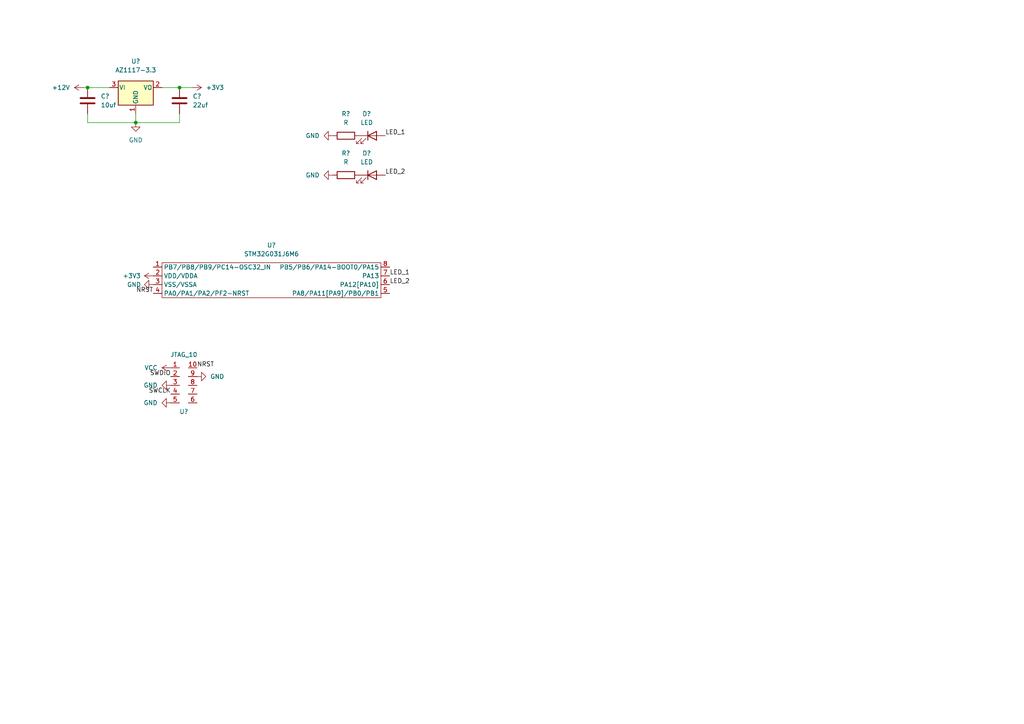
<source format=kicad_sch>
(kicad_sch (version 20211123) (generator eeschema)
  (paper "A4")
  (lib_symbols
    (symbol "Device:C" (pin_numbers hide) (pin_names (offset 0.254))
      (property "Reference" "C" (at 0.635 2.54 0))
      (property "Value" "C" (at 0.635 -2.54 0))
      (symbol "C_0_1"
        (polyline (pts (xy -2.032 -0.762) (xy 2.032 -0.762)) (stroke (width 0.508)))
        (polyline (pts (xy -2.032 0.762) (xy 2.032 0.762)) (stroke (width 0.508)))
      )
      (symbol "C_1_1"
        (pin passive line (at 0 3.81 270) (length 2.794) (name "~") (number "1"))
        (pin passive line (at 0 -3.81 90) (length 2.794) (name "~") (number "2"))
      )
    )
    (symbol "Device:LED" (pin_numbers hide) (pin_names (offset 1.016) hide)
      (property "Reference" "D" (at 0 2.54 0))
      (property "Value" "LED" (at 0 -2.54 0))
      (symbol "LED_0_1"
        (polyline (pts (xy -1.27 -1.27) (xy -1.27 1.27)) (stroke (width 0.254)))
        (polyline (pts (xy -1.27 0) (xy 1.27 0)))
        (polyline (pts (xy 1.27 -1.27) (xy 1.27 1.27) (xy -1.27 0) (xy 1.27 -1.27)) (stroke (width 0.254)))
        (polyline (pts (xy -3.048 -0.762) (xy -4.572 -2.286) (xy -3.81 -2.286) (xy -4.572 -2.286) (xy -4.572 -1.524)))
        (polyline (pts (xy -1.778 -0.762) (xy -3.302 -2.286) (xy -2.54 -2.286) (xy -3.302 -2.286) (xy -3.302 -1.524)))
      )
      (symbol "LED_1_1"
        (pin passive line (at -3.81 0 0) (length 2.54) (name "K") (number "1"))
        (pin passive line (at 3.81 0 180) (length 2.54) (name "A") (number "2"))
      )
    )
    (symbol "Device:R" (pin_numbers hide) (pin_names (offset 0))
      (property "Reference" "R" (at 2.032 0 90))
      (property "Value" "R" (at 0 0 90))
      (symbol "R_0_1"
        (rectangle (start -1.016 -2.54) (end 1.016 2.54) (stroke (width 0.254)))
      )
      (symbol "R_1_1"
        (pin passive line (at 0 3.81 270) (length 1.27) (name "~") (number "1"))
        (pin passive line (at 0 -3.81 90) (length 1.27) (name "~") (number "2"))
      )
    )
    (symbol "Regulator_Linear:AZ1117-3.3" (pin_names (offset 0.254))
      (property "Reference" "U" (at -3.81 3.175 0))
      (property "Value" "AZ1117-3.3" (at 0 3.175 0))
      (symbol "AZ1117-3.3_0_1"
        (rectangle (start -5.08 1.905) (end 5.08 -5.08) (stroke (width 0.254)) (fill (type background)))
      )
      (symbol "AZ1117-3.3_1_1"
        (pin power_in line (at 0 -7.62 90) (length 2.54) (name "GND") (number "1"))
        (pin power_out line (at 7.62 0 180) (length 2.54) (name "VO") (number "2"))
        (pin power_in line (at -7.62 0 0) (length 2.54) (name "VI") (number "3"))
      )
    )
    (symbol "lib:JTAG_10"
      (property "Reference" "U" (at 0 -7.62 0))
      (property "Value" "JTAG_10" (at 0 8.89 0))
      (symbol "JTAG_10_1_1"
        (pin input line (at -3.81 5.08 0) (length 2.54) (name "") (number "1"))
        (pin input line (at 3.81 5.08 180) (length 2.54) (name "") (number "10"))
        (pin input line (at -3.81 2.54 0) (length 2.54) (name "") (number "2"))
        (pin input line (at -3.81 0 0) (length 2.54) (name "") (number "3"))
        (pin input line (at -3.81 -2.54 0) (length 2.54) (name "") (number "4"))
        (pin input line (at -3.81 -5.08 0) (length 2.54) (name "") (number "5"))
        (pin input line (at 3.81 -5.08 180) (length 2.54) (name "") (number "6"))
        (pin input line (at 3.81 -2.54 180) (length 2.54) (name "") (number "7"))
        (pin input line (at 3.81 0 180) (length 2.54) (name "") (number "8"))
        (pin input line (at 3.81 2.54 180) (length 2.54) (name "") (number "9"))
      )
    )
    (symbol "lib:STM32G031J6M6"
      (property "Reference" "U" (at 0 -6.35 0))
      (property "Value" "STM32G031J6M6" (at 0 6.35 0))
      (symbol "STM32G031J6M6_0_1"
        (rectangle (start -33.02 5.08) (end 30.48 -5.08))
      )
      (symbol "STM32G031J6M6_1_1"
        (pin bidirectional line (at -35.56 3.81 0) (length 2.54) (name "PB7/PB8/PB9/PC14-OSC32_IN") (number "1"))
        (pin power_in line (at -35.56 1.27 0) (length 2.54) (name "VDD/VDDA") (number "2"))
        (pin power_in line (at -35.56 -1.27 0) (length 2.54) (name "VSS/VSSA") (number "3"))
        (pin bidirectional line (at -35.56 -3.81 0) (length 2.54) (name "PA0/PA1/PA2/PF2-NRST") (number "4"))
        (pin bidirectional line (at 33.02 -3.81 180) (length 2.54) (name "PA8/PA11[PA9]/PB0/PB1") (number "5"))
        (pin bidirectional line (at 33.02 -1.27 180) (length 2.54) (name "PA12[PA10]") (number "6"))
        (pin bidirectional line (at 33.02 1.27 180) (length 2.54) (name "PA13") (number "7"))
        (pin bidirectional line (at 33.02 3.81 180) (length 2.54) (name "PB5/PB6/PA14-BOOT0/PA15") (number "8"))
      )
    )
    (symbol "power:+12V" (power) (pin_names (offset 0))
      (property "Value" "+12V" (at 0 3.556 0))
      (symbol "+12V_0_1"
        (polyline (pts (xy -0.762 1.27) (xy 0 2.54)))
        (polyline (pts (xy 0 0) (xy 0 2.54)))
        (polyline (pts (xy 0 2.54) (xy 0.762 1.27)))
      )
      (symbol "+12V_1_1"
        (pin power_in line (at 0 0 90) (length 0) hide (name "+12V") (number "1"))
      )
    )
    (symbol "power:+3.3V" (power) (pin_names (offset 0))
      (property "Value" "+3.3V" (at 0 3.556 0))
      (symbol "+3.3V_0_1"
        (polyline (pts (xy -0.762 1.27) (xy 0 2.54)))
        (polyline (pts (xy 0 0) (xy 0 2.54)))
        (polyline (pts (xy 0 2.54) (xy 0.762 1.27)))
      )
      (symbol "+3.3V_1_1"
        (pin power_in line (at 0 0 90) (length 0) hide (name "+3V3") (number "1"))
      )
    )
    (symbol "power:GND" (power) (pin_names (offset 0))
      (property "Value" "GND" (at 0 -3.81 0))
      (symbol "GND_0_1"
        (polyline (pts (xy 0 0) (xy 0 -1.27) (xy 1.27 -1.27) (xy 0 -2.54) (xy -1.27 -1.27) (xy 0 -1.27)))
      )
      (symbol "GND_1_1"
        (pin power_in line (at 0 0 270) (length 0) hide (name "GND") (number "1"))
      )
    )
    (symbol "power:VCC" (power) (pin_names (offset 0))
      (property "Value" "VCC" (at 0 3.81 0))
      (symbol "VCC_0_1"
        (polyline (pts (xy -0.762 1.27) (xy 0 2.54)))
        (polyline (pts (xy 0 0) (xy 0 2.54)))
        (polyline (pts (xy 0 2.54) (xy 0.762 1.27)))
      )
      (symbol "VCC_1_1"
        (pin power_in line (at 0 0 90) (length 0) hide (name "VCC") (number "1"))
      )
    )
  )
  (junction (at 39.37 35.56))
  (junction (at 52.07 25.4))
  (junction (at 25.4 25.4))
  (wire (pts (xy 25.4 33.02) (xy 25.4 35.56)))
  (wire (pts (xy 25.4 25.4) (xy 31.75 25.4)))
  (wire (pts (xy 39.37 35.56) (xy 52.07 35.56)))
  (wire (pts (xy 52.07 25.4) (xy 55.88 25.4)))
  (wire (pts (xy 46.99 25.4) (xy 52.07 25.4)))
  (wire (pts (xy 52.07 33.02) (xy 52.07 35.56)))
  (wire (pts (xy 39.37 35.56) (xy 25.4 35.56)))
  (wire (pts (xy 39.37 33.02) (xy 39.37 35.56)))
  (wire (pts (xy 24.13 25.4) (xy 25.4 25.4)))
  (label "LED_2" (at 113.03 82.55 0))
  (label "LED_1" (at 113.03 80.01 0))
  (label "SWDIO" (at 49.53 109.22 180))
  (label "NRST" (at 44.45 85.09 180))
  (label "SWCLK" (at 49.53 114.3 180))
  (label "LED_2" (at 111.76 50.8 0))
  (label "LED_1" (at 111.76 39.37 0))
  (label "NRST" (at 57.15 106.68 0))
  (symbol (lib_id "power:GND") (at 49.53 111.76 270) (unit 1)
    (property "Reference" "#PWR?" (effects hide))
    (property "Value" "GND" (at 45.72 111.7599 90) (effects (justify right)))
  )
  (symbol (lib_id "power:GND") (at 49.53 116.84 270) (unit 1)
    (property "Reference" "#PWR?" (effects hide))
    (property "Value" "GND" (at 45.72 116.8399 90) (effects (justify right)))
  )
  (symbol (lib_id "lib:STM32G031J6M6") (at 80.01 81.28 0) (unit 1)
    (property "Reference" "U?" (at 78.74 71.12 0))
    (property "Value" "STM32G031J6M6" (at 78.74 73.66 0))
  )
  (symbol (lib_id "power:GND") (at 57.15 109.22 90) (unit 1)
    (property "Reference" "#PWR?" (effects hide))
    (property "Value" "GND" (at 60.96 109.2199 90) (effects (justify right)))
  )
  (symbol (lib_id "Device:C") (at 25.4 29.21 0) (unit 1)
    (property "Reference" "C?" (at 29.21 27.9399 0) (effects (justify left)))
    (property "Value" "10uf" (at 29.21 30.4799 0) (effects (justify left)))
  )
  (symbol (lib_id "Device:LED") (at 107.95 50.8 0) (unit 1)
    (property "Reference" "D?" (at 106.3625 44.45 0))
    (property "Value" "LED" (at 106.3625 46.99 0))
  )
  (symbol (lib_id "power:+3.3V") (at 44.45 80.01 90) (unit 1)
    (property "Reference" "#PWR?" (effects hide))
    (property "Value" "+3.3V" (at 35.56 80.01 90) (effects (justify right)))
  )
  (symbol (lib_id "Device:C") (at 52.07 29.21 0) (unit 1)
    (property "Reference" "C?" (at 55.88 27.9399 0) (effects (justify left)))
    (property "Value" "22uf" (at 55.88 30.4799 0) (effects (justify left)))
  )
  (symbol (lib_id "power:GND") (at 39.37 35.56 0) (unit 1)
    (property "Reference" "#PWR?" (effects hide))
    (property "Value" "GND" (at 39.37 40.64 0))
  )
  (symbol (lib_id "power:+3.3V") (at 55.88 25.4 270) (unit 1)
    (property "Reference" "#PWR?" (effects hide))
    (property "Value" "+3.3V" (at 59.69 25.3999 90) (effects (justify left)))
  )
  (symbol (lib_id "power:VCC") (at 49.53 106.68 90) (unit 1)
    (property "Reference" "#PWR?" (effects hide))
    (property "Value" "VCC" (at 45.72 106.6799 90) (effects (justify left)))
  )
  (symbol (lib_id "power:GND") (at 96.52 39.37 270) (unit 1)
    (property "Reference" "#PWR?" (effects hide))
    (property "Value" "GND" (at 92.71 39.3699 90) (effects (justify right)))
  )
  (symbol (lib_id "power:GND") (at 44.45 82.55 270) (unit 1)
    (property "Reference" "#PWR?" (effects hide))
    (property "Value" "GND" (at 36.83 82.55 90) (effects (justify left)))
  )
  (symbol (lib_id "Device:R") (at 100.33 50.8 90) (unit 1)
    (property "Reference" "R?" (at 100.33 44.45 90))
    (property "Value" "R" (at 100.33 46.99 90))
  )
  (symbol (lib_id "Device:LED") (at 107.95 39.37 0) (unit 1)
    (property "Reference" "D?" (at 106.3625 33.02 0))
    (property "Value" "LED" (at 106.3625 35.56 0))
  )
  (symbol (lib_id "Regulator_Linear:AZ1117-3.3") (at 39.37 25.4 0) (unit 1)
    (property "Reference" "U?" (at 39.37 17.78 0))
    (property "Value" "AZ1117-3.3" (at 39.37 20.32 0))
    (property "Datasheet" "https://www.diodes.com/assets/Datasheets/AZ1117.pdf" (effects hide))
  )
  (symbol (lib_id "Device:R") (at 100.33 39.37 90) (unit 1)
    (property "Reference" "R?" (at 100.33 33.02 90))
    (property "Value" "R" (at 100.33 35.56 90))
  )
  (symbol (lib_id "lib:JTAG_10") (at 53.34 111.76 0) (unit 1)
    (property "Reference" "U?" (at 53.34 119.38 0))
    (property "Value" "JTAG_10" (at 53.34 102.87 0))
  )
  (symbol (lib_id "power:GND") (at 96.52 50.8 270) (unit 1)
    (property "Reference" "#PWR?" (effects hide))
    (property "Value" "GND" (at 92.71 50.7999 90) (effects (justify right)))
  )
  (symbol (lib_id "power:+12V") (at 24.13 25.4 90) (unit 1)
    (property "Reference" "#PWR?" (effects hide))
    (property "Value" "+12V" (at 20.32 25.3999 90) (effects (justify left)))
  )
)
</source>
